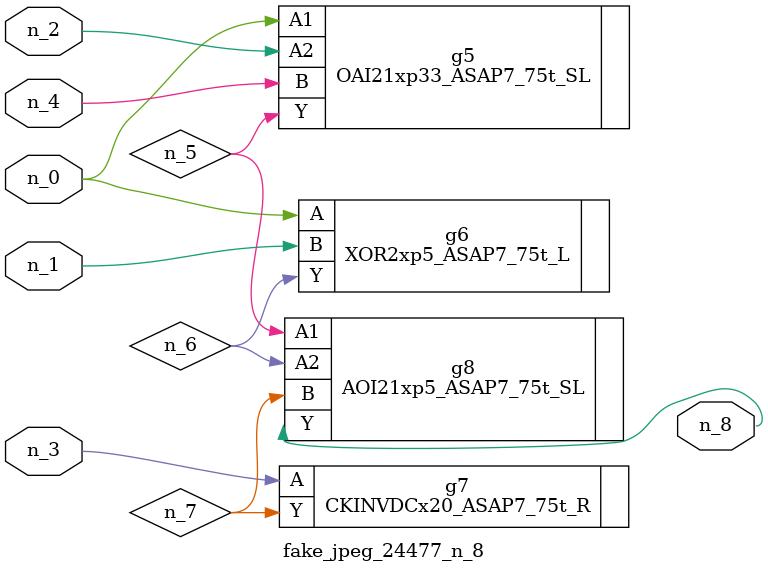
<source format=v>
module fake_jpeg_24477_n_8 (n_3, n_2, n_1, n_0, n_4, n_8);

input n_3;
input n_2;
input n_1;
input n_0;
input n_4;

output n_8;

wire n_6;
wire n_5;
wire n_7;

OAI21xp33_ASAP7_75t_SL g5 ( 
.A1(n_0),
.A2(n_2),
.B(n_4),
.Y(n_5)
);

XOR2xp5_ASAP7_75t_L g6 ( 
.A(n_0),
.B(n_1),
.Y(n_6)
);

CKINVDCx20_ASAP7_75t_R g7 ( 
.A(n_3),
.Y(n_7)
);

AOI21xp5_ASAP7_75t_SL g8 ( 
.A1(n_5),
.A2(n_6),
.B(n_7),
.Y(n_8)
);


endmodule
</source>
